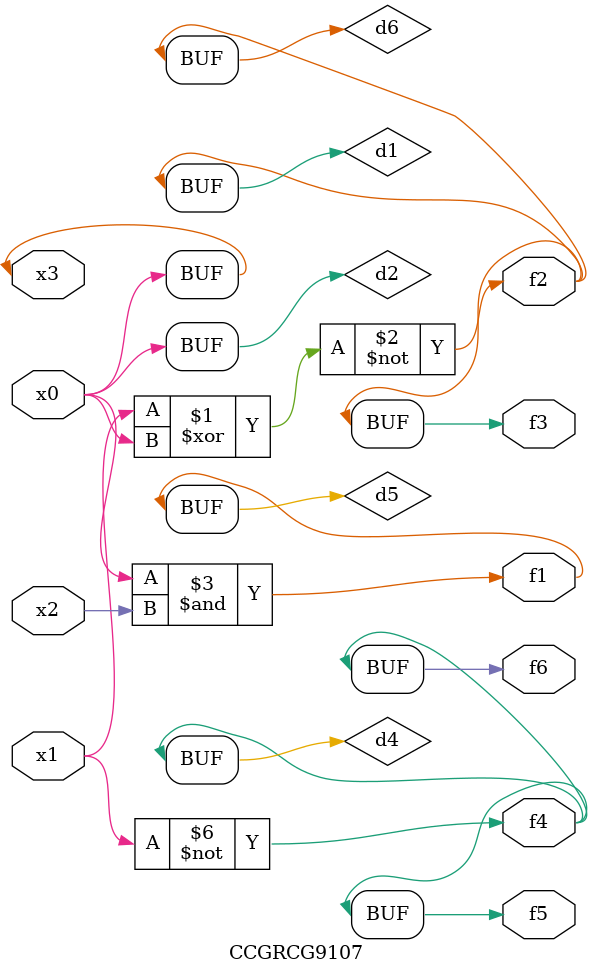
<source format=v>
module CCGRCG9107(
	input x0, x1, x2, x3,
	output f1, f2, f3, f4, f5, f6
);

	wire d1, d2, d3, d4, d5, d6;

	xnor (d1, x1, x3);
	buf (d2, x0, x3);
	nand (d3, x0, x2);
	not (d4, x1);
	nand (d5, d3);
	or (d6, d1);
	assign f1 = d5;
	assign f2 = d6;
	assign f3 = d6;
	assign f4 = d4;
	assign f5 = d4;
	assign f6 = d4;
endmodule

</source>
